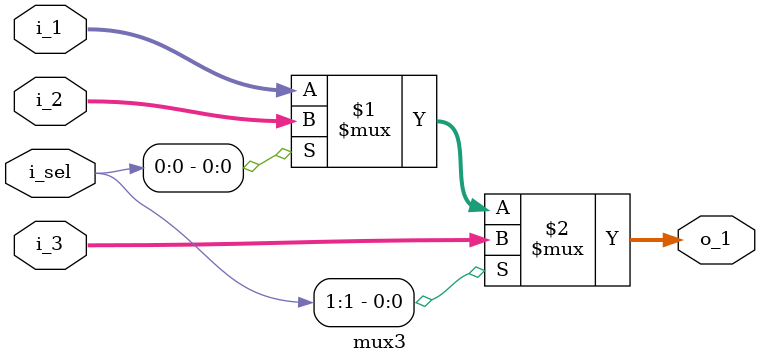
<source format=v>
module mux3 #(
  parameter WIDTH = 32
)(
  input [WIDTH-1:0] i_1, i_2, i_3,
  input [1:0] i_sel,
  output [WIDTH-1:0] o_1
);

  assign o_1 = i_sel[1] ? i_3
                        : (i_sel[0] ? i_2
                                    : i_1);

endmodule
</source>
